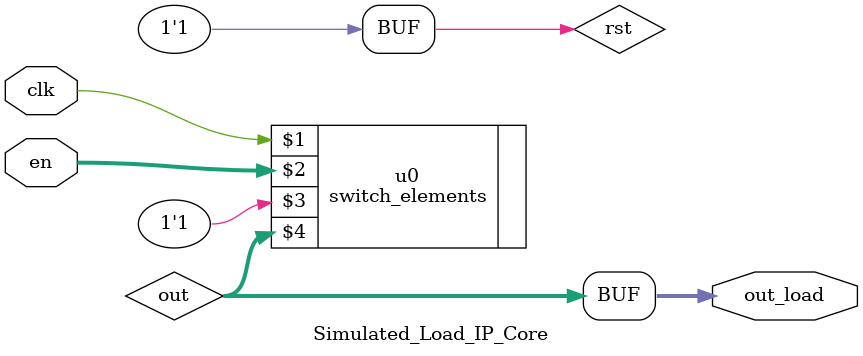
<source format=v>
`timescale 1ns / 1ps



module Simulated_Load_IP_Core(
    input  [31:0] en,
    input clk,
    output [31:0] out_load
    );
    

    parameter NUM_OF_COARSE_MODULES = 9;
    parameter NUM_OF_FINE_MODULES = 9;
    parameter SIZE_PER_COARSE_MODULE = 1000;
    parameter SIZE_PER_FINE_MODULE = 100;
    localparam NUM_OF_MODULES = NUM_OF_COARSE_MODULES + NUM_OF_FINE_MODULES;
    
    //wire [NUM_OF_MODULES:0] output_xor;
    //reg [NUM_OF_MODULES:0] output_xor;
    //reg[NUM_OF_COARSE_MODULES:0] out_load = 0;
    wire rst = 1'b1;
    wire [31:0]out;
    switch_elements u0(clk,en,rst,out);
    assign out_load = out;
    
    
    //assign out_load = output_xor[NUM_OF_MODULES];

endmodule


</source>
